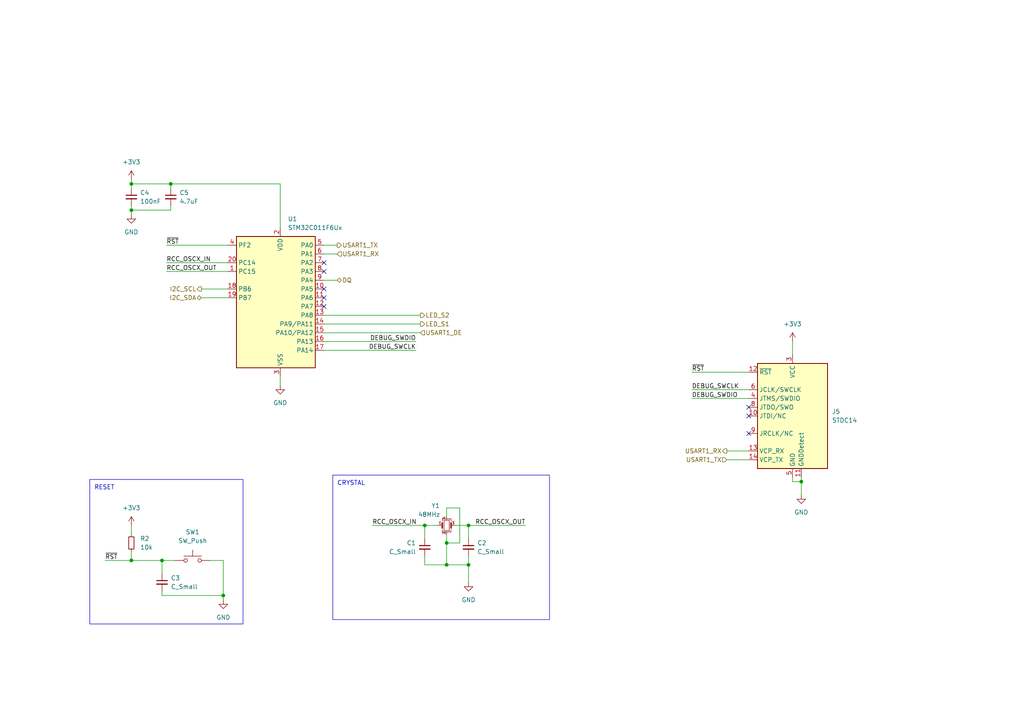
<source format=kicad_sch>
(kicad_sch (version 20230121) (generator eeschema)
  (paper "A4")
  (lib_symbols
    (symbol "Connector:Conn_ST_STDC14"
      (property "Reference" "J" (at -8.89 16.51 0))
      (property "Value" "Conn_ST_STDC14" (at 17.78 16.51 0))
      (symbol "Conn_ST_STDC14_0_1"
        (rectangle (start -10.16 15.24) (end 10.16 -15.24) (stroke (width 0.254)) (fill (type background)))
      )
      (symbol "Conn_ST_STDC14_1_1"
        (pin no_connect line (at -10.16 5.08 0) (length 2.54) hide (name "NC") (number "1"))
        (pin output line (at 12.7 0 180) (length 2.54) (name "JTDI/NC") (number "10"))
        (pin passive line (at -2.54 -17.78 90) (length 2.54) (name "GNDDetect") (number "11"))
        (pin open_collector line (at 12.7 12.7 180) (length 2.54) (name "~{RST}") (number "12"))
        (pin output line (at 12.7 -10.16 180) (length 2.54) (name "VCP_RX") (number "13"))
        (pin input line (at 12.7 -12.7 180) (length 2.54) (name "VCP_TX") (number "14"))
        (pin no_connect line (at -10.16 2.54 0) (length 2.54) hide (name "NC") (number "2"))
        (pin power_in line (at 0 17.78 270) (length 2.54) (name "VCC") (number "3"))
        (pin bidirectional line (at 12.7 5.08 180) (length 2.54) (name "JTMS/SWDIO") (number "4"))
        (pin power_in line (at 0 -17.78 90) (length 2.54) (name "GND") (number "5"))
        (pin output line (at 12.7 7.62 180) (length 2.54) (name "JCLK/SWCLK") (number "6"))
        (pin passive line (at 0 -17.78 90) (length 2.54) hide (name "GND") (number "7"))
        (pin input line (at 12.7 2.54 180) (length 2.54) (name "JTDO/SWO") (number "8"))
        (pin input line (at 12.7 -5.08 180) (length 2.54) (name "JRCLK/NC") (number "9"))
      )
    )
    (symbol "Device:C_Small" (pin_numbers hide) (pin_names (offset 0.254) hide)
      (property "Reference" "C" (at 0.254 1.778 0))
      (property "Value" "C_Small" (at 0.254 -2.032 0))
      (symbol "C_Small_0_1"
        (polyline (pts (xy -1.524 -0.508) (xy 1.524 -0.508)) (stroke (width 0.3302)))
        (polyline (pts (xy -1.524 0.508) (xy 1.524 0.508)) (stroke (width 0.3048)))
      )
      (symbol "C_Small_1_1"
        (pin passive line (at 0 2.54 270) (length 2.032) (name "~") (number "1"))
        (pin passive line (at 0 -2.54 90) (length 2.032) (name "~") (number "2"))
      )
    )
    (symbol "Device:Crystal_GND24_Small" (pin_names (offset 1.016) hide)
      (property "Reference" "Y" (at 1.27 4.445 0))
      (property "Value" "Crystal_GND24_Small" (at 1.27 2.54 0))
      (symbol "Crystal_GND24_Small_0_1"
        (rectangle (start -0.762 -1.524) (end 0.762 1.524))
        (polyline (pts (xy -1.27 -0.762) (xy -1.27 0.762)) (stroke (width 0.381)))
        (polyline (pts (xy 1.27 -0.762) (xy 1.27 0.762)) (stroke (width 0.381)))
        (polyline (pts (xy -1.27 -1.27) (xy -1.27 -1.905) (xy 1.27 -1.905) (xy 1.27 -1.27)))
        (polyline (pts (xy -1.27 1.27) (xy -1.27 1.905) (xy 1.27 1.905) (xy 1.27 1.27)))
      )
      (symbol "Crystal_GND24_Small_1_1"
        (pin passive line (at -2.54 0 0) (length 1.27) (name "1") (number "1"))
        (pin passive line (at 0 -2.54 90) (length 0.635) (name "2") (number "2"))
        (pin passive line (at 2.54 0 180) (length 1.27) (name "3") (number "3"))
        (pin passive line (at 0 2.54 270) (length 0.635) (name "4") (number "4"))
      )
    )
    (symbol "Device:R_Small" (pin_numbers hide) (pin_names (offset 0.254) hide)
      (property "Reference" "R" (at 0.762 0.508 0))
      (property "Value" "R_Small" (at 0.762 -1.016 0))
      (symbol "R_Small_0_1"
        (rectangle (start -0.762 1.778) (end 0.762 -1.778) (stroke (width 0.2032)))
      )
      (symbol "R_Small_1_1"
        (pin passive line (at 0 2.54 270) (length 0.762) (name "~") (number "1"))
        (pin passive line (at 0 -2.54 90) (length 0.762) (name "~") (number "2"))
      )
    )
    (symbol "MCU_ST_STM32C0:STM32C011F6Ux"
      (property "Reference" "U" (at -10.16 21.59 0))
      (property "Value" "STM32C011F6Ux" (at 5.08 21.59 0))
      (symbol "STM32C011F6Ux_0_1"
        (rectangle (start -10.16 -17.78) (end 12.7 20.32) (stroke (width 0.254)) (fill (type background)))
      )
      (symbol "STM32C011F6Ux_1_1"
        (pin bidirectional line (at -12.7 10.16 0) (length 2.54) (name "PC15") (number "1"))
        (pin bidirectional line (at 15.24 5.08 180) (length 2.54) (name "PA5") (number "10"))
        (pin bidirectional line (at 15.24 2.54 180) (length 2.54) (name "PA6") (number "11"))
        (pin bidirectional line (at 15.24 0 180) (length 2.54) (name "PA7") (number "12"))
        (pin bidirectional line (at 15.24 -2.54 180) (length 2.54) (name "PA8") (number "13"))
        (pin bidirectional line (at 15.24 -5.08 180) (length 2.54) (name "PA9/PA11") (number "14"))
        (pin bidirectional line (at 15.24 -7.62 180) (length 2.54) (name "PA10/PA12") (number "15"))
        (pin bidirectional line (at 15.24 -10.16 180) (length 2.54) (name "PA13") (number "16"))
        (pin bidirectional line (at 15.24 -12.7 180) (length 2.54) (name "PA14") (number "17"))
        (pin bidirectional line (at -12.7 5.08 0) (length 2.54) (name "PB6") (number "18"))
        (pin bidirectional line (at -12.7 2.54 0) (length 2.54) (name "PB7") (number "19"))
        (pin power_in line (at 2.54 22.86 270) (length 2.54) (name "VDD") (number "2"))
        (pin bidirectional line (at -12.7 12.7 0) (length 2.54) (name "PC14") (number "20"))
        (pin power_in line (at 2.54 -20.32 90) (length 2.54) (name "VSS") (number "3"))
        (pin bidirectional line (at -12.7 17.78 0) (length 2.54) (name "PF2") (number "4"))
        (pin bidirectional line (at 15.24 17.78 180) (length 2.54) (name "PA0") (number "5"))
        (pin bidirectional line (at 15.24 15.24 180) (length 2.54) (name "PA1") (number "6"))
        (pin bidirectional line (at 15.24 12.7 180) (length 2.54) (name "PA2") (number "7"))
        (pin bidirectional line (at 15.24 10.16 180) (length 2.54) (name "PA3") (number "8"))
        (pin bidirectional line (at 15.24 7.62 180) (length 2.54) (name "PA4") (number "9"))
      )
    )
    (symbol "Switch:SW_Push" (pin_numbers hide) (pin_names (offset 1.016) hide)
      (property "Reference" "SW" (at 1.27 2.54 0))
      (property "Value" "SW_Push" (at 0 -1.524 0))
      (symbol "SW_Push_0_1"
        (circle (center -2.032 0) (radius 0.508))
        (polyline (pts (xy 0 1.27) (xy 0 3.048)))
        (polyline (pts (xy 2.54 1.27) (xy -2.54 1.27)))
        (circle (center 2.032 0) (radius 0.508))
        (pin passive line (at -5.08 0 0) (length 2.54) (name "1") (number "1"))
        (pin passive line (at 5.08 0 180) (length 2.54) (name "2") (number "2"))
      )
    )
    (symbol "power:+3V3" (power) (pin_names (offset 0))
      (property "Value" "+3V3" (at 0 3.556 0))
      (symbol "+3V3_0_1"
        (polyline (pts (xy -0.762 1.27) (xy 0 2.54)))
        (polyline (pts (xy 0 0) (xy 0 2.54)))
        (polyline (pts (xy 0 2.54) (xy 0.762 1.27)))
      )
      (symbol "+3V3_1_1"
        (pin power_in line (at 0 0 90) (length 0) hide (name "+3V3") (number "1"))
      )
    )
    (symbol "power:GND" (power) (pin_names (offset 0))
      (property "Value" "GND" (at 0 -3.81 0))
      (symbol "GND_0_1"
        (polyline (pts (xy 0 0) (xy 0 -1.27) (xy 1.27 -1.27) (xy 0 -2.54) (xy -1.27 -1.27) (xy 0 -1.27)))
      )
      (symbol "GND_1_1"
        (pin power_in line (at 0 0 270) (length 0) hide (name "GND") (number "1"))
      )
    )
  )
  (junction (at 232.41 139.7))
  (junction (at 38.1 60.96))
  (junction (at 123.19 152.4))
  (junction (at 135.89 152.4))
  (junction (at 64.77 172.72))
  (junction (at 129.54 163.83))
  (junction (at 135.89 163.83))
  (junction (at 129.54 157.48))
  (junction (at 38.1 162.56))
  (junction (at 46.99 162.56))
  (junction (at 38.1 53.34))
  (junction (at 49.53 53.34))
  (no_connect (at 93.98 83.82))
  (no_connect (at 93.98 88.9))
  (no_connect (at 217.17 118.11))
  (no_connect (at 93.98 78.74))
  (no_connect (at 93.98 76.2))
  (no_connect (at 93.98 86.36))
  (no_connect (at 217.17 125.73))
  (no_connect (at 217.17 120.65))
  (wire (pts (xy 38.1 152.4) (xy 38.1 154.94)))
  (wire (pts (xy 46.99 162.56) (xy 50.8 162.56)))
  (wire (pts (xy 38.1 52.07) (xy 38.1 53.34)))
  (wire (pts (xy 123.19 163.83) (xy 123.19 161.29)))
  (wire (pts (xy 81.28 53.34) (xy 81.28 66.04)))
  (wire (pts (xy 38.1 60.96) (xy 38.1 62.23)))
  (wire (pts (xy 123.19 152.4) (xy 123.19 156.21)))
  (wire (pts (xy 38.1 59.69) (xy 38.1 60.96)))
  (wire (pts (xy 229.87 139.7) (xy 232.41 139.7)))
  (wire (pts (xy 30.48 162.56) (xy 38.1 162.56)))
  (wire (pts (xy 135.89 163.83) (xy 135.89 161.29)))
  (wire (pts (xy 38.1 60.96) (xy 49.53 60.96)))
  (wire (pts (xy 229.87 138.43) (xy 229.87 139.7)))
  (wire (pts (xy 93.98 96.52) (xy 121.92 96.52)))
  (wire (pts (xy 38.1 160.02) (xy 38.1 162.56)))
  (wire (pts (xy 49.53 53.34) (xy 81.28 53.34)))
  (wire (pts (xy 229.87 99.06) (xy 229.87 102.87)))
  (wire (pts (xy 46.99 162.56) (xy 46.99 166.37)))
  (wire (pts (xy 49.53 60.96) (xy 49.53 59.69)))
  (wire (pts (xy 123.19 152.4) (xy 127 152.4)))
  (wire (pts (xy 133.35 157.48) (xy 129.54 157.48)))
  (wire (pts (xy 232.41 138.43) (xy 232.41 139.7)))
  (wire (pts (xy 200.66 113.03) (xy 217.17 113.03)))
  (wire (pts (xy 49.53 54.61) (xy 49.53 53.34)))
  (wire (pts (xy 129.54 154.94) (xy 129.54 157.48)))
  (wire (pts (xy 46.99 172.72) (xy 46.99 171.45)))
  (wire (pts (xy 132.08 152.4) (xy 135.89 152.4)))
  (wire (pts (xy 135.89 152.4) (xy 135.89 156.21)))
  (wire (pts (xy 58.42 86.36) (xy 66.04 86.36)))
  (wire (pts (xy 129.54 157.48) (xy 129.54 163.83)))
  (wire (pts (xy 38.1 162.56) (xy 46.99 162.56)))
  (wire (pts (xy 93.98 99.06) (xy 120.65 99.06)))
  (wire (pts (xy 129.54 147.32) (xy 133.35 147.32)))
  (wire (pts (xy 81.28 109.22) (xy 81.28 111.76)))
  (wire (pts (xy 64.77 172.72) (xy 64.77 173.99)))
  (wire (pts (xy 93.98 91.44) (xy 121.92 91.44)))
  (wire (pts (xy 210.82 133.35) (xy 217.17 133.35)))
  (wire (pts (xy 93.98 73.66) (xy 97.79 73.66)))
  (wire (pts (xy 48.26 71.12) (xy 66.04 71.12)))
  (wire (pts (xy 107.95 152.4) (xy 123.19 152.4)))
  (wire (pts (xy 135.89 152.4) (xy 152.4 152.4)))
  (wire (pts (xy 93.98 81.28) (xy 97.79 81.28)))
  (wire (pts (xy 58.42 83.82) (xy 66.04 83.82)))
  (wire (pts (xy 48.26 78.74) (xy 66.04 78.74)))
  (wire (pts (xy 200.66 115.57) (xy 217.17 115.57)))
  (wire (pts (xy 200.66 107.95) (xy 217.17 107.95)))
  (wire (pts (xy 64.77 162.56) (xy 60.96 162.56)))
  (wire (pts (xy 133.35 147.32) (xy 133.35 157.48)))
  (wire (pts (xy 64.77 172.72) (xy 46.99 172.72)))
  (wire (pts (xy 135.89 168.91) (xy 135.89 163.83)))
  (wire (pts (xy 129.54 149.86) (xy 129.54 147.32)))
  (wire (pts (xy 64.77 172.72) (xy 64.77 162.56)))
  (wire (pts (xy 123.19 163.83) (xy 129.54 163.83)))
  (wire (pts (xy 48.26 76.2) (xy 66.04 76.2)))
  (wire (pts (xy 93.98 101.6) (xy 120.65 101.6)))
  (wire (pts (xy 129.54 163.83) (xy 135.89 163.83)))
  (wire (pts (xy 93.98 71.12) (xy 97.79 71.12)))
  (wire (pts (xy 232.41 139.7) (xy 232.41 143.51)))
  (wire (pts (xy 210.82 130.81) (xy 217.17 130.81)))
  (wire (pts (xy 49.53 53.34) (xy 38.1 53.34)))
  (wire (pts (xy 93.98 93.98) (xy 121.92 93.98)))
  (wire (pts (xy 38.1 53.34) (xy 38.1 54.61)))
  (rectangle (start 26.035 139.065) (end 70.485 180.975))
  (rectangle (start 96.52 137.795) (end 159.385 179.705))
  (text "CRYSTAL\n" (at 97.79 140.97 0) (effects (font (size 1.27 1.27)) (justify left bottom)))
  (text "RESET " (at 27.305 142.24 0) (effects (font (size 1.27 1.27)) (justify left bottom)))
  (label "~{RST}" (at 30.48 162.56 0))
  (label "~{RST}" (at 48.26 71.12 0))
  (label "DEBUG_SWDIO" (at 200.66 115.57 0))
  (label "~{RST}" (at 200.66 107.95 0))
  (label "RCC_OSCX_IN" (at 107.95 152.4 0))
  (label "DEBUG_SWCLK" (at 200.66 113.03 0))
  (label "RCC_OSCX_IN" (at 48.26 76.2 0))
  (label "DEBUG_SWDIO" (at 120.65 99.06 180))
  (label "RCC_OSCX_OUT" (at 152.4 152.4 180))
  (label "DEBUG_SWCLK" (at 120.65 101.6 180))
  (label "RCC_OSCX_OUT" (at 48.26 78.74 0))
  (hierarchical_label "LED_S2" (shape output) (at 121.92 91.44 0))
  (hierarchical_label "USART1_RX" (shape input) (at 97.79 73.66 0))
  (hierarchical_label "USART1_TX" (shape output) (at 97.79 71.12 0))
  (hierarchical_label "USART1_DE" (shape input) (at 121.92 96.52 0))
  (hierarchical_label "USART1_TX" (shape input) (at 210.82 133.35 180))
  (hierarchical_label "I2C_SCL" (shape output) (at 58.42 83.82 180))
  (hierarchical_label "USART1_RX" (shape output) (at 210.82 130.81 180))
  (hierarchical_label "I2C_SDA" (shape bidirectional) (at 58.42 86.36 180))
  (hierarchical_label "LED_S1" (shape output) (at 121.92 93.98 0))
  (hierarchical_label "DQ" (shape bidirectional) (at 97.79 81.28 0))
  (symbol (lib_id "power:GND") (at 232.41 143.51 0) (unit 1)
    (property "Reference" "#PWR05" (effects hide))
    (property "Value" "GND" (at 232.41 148.59 0))
    (instances (project "rs485_temperature" (path "" (reference "#PWR05") (unit 1)) (path "" (reference "#PWR04") (unit 1))))
  )
  (symbol (lib_id "power:GND") (at 81.28 111.76 0) (unit 1)
    (property "Reference" "#PWR05" (effects hide))
    (property "Value" "GND" (at 81.28 116.84 0))
    (instances (project "rs485_temperature" (path "" (reference "#PWR05") (unit 1)) (path "" (reference "#PWR06") (unit 1))))
  )
  (symbol (lib_id "power:+3V3") (at 38.1 152.4 0) (unit 1)
    (property "Reference" "#PWR07" (effects hide))
    (property "Value" "+3V3" (at 38.1 147.32 0))
    (instances (project "rs485_temperature" (path "" (reference "#PWR07") (unit 1)) (path "" (reference "#PWR08") (unit 1))))
  )
  (symbol (lib_id "Connector:Conn_ST_STDC14") (at 229.87 120.65 0) (mirror y) (unit 1)
    (property "Reference" "J5" (at 241.3 119.38 0) (effects (justify right)))
    (property "Value" "STDC14" (at 241.3 121.92 0) (effects (justify right)))
    (property "Footprint" "Connector_PinHeader_1.27mm:PinHeader_2x07_P1.27mm_Vertical" (effects hide))
    (property "Datasheet" "https://www.st.com/content/ccc/resource/technical/document/user_manual/group1/99/49/91/b6/b2/3a/46/e5/DM00526767/files/DM00526767.pdf/jcr:content/translations/en.DM00526767.pdf" (effects hide))
  )
  (symbol (lib_id "power:GND") (at 135.89 168.91 0) (unit 1)
    (property "Reference" "#PWR03" (effects hide))
    (property "Value" "GND" (at 135.89 173.99 0))
    (instances (project "rs485_temperature" (path "" (reference "#PWR03") (unit 1)) (path "" (reference "#PWR05") (unit 1))))
  )
  (symbol (lib_id "power:+3V3") (at 38.1 52.07 0) (unit 1)
    (property "Reference" "#PWR09" (effects hide))
    (property "Value" "+3V3" (at 38.1 46.99 0))
    (instances (project "rs485_temperature" (path "" (reference "#PWR09") (unit 1)) (path "" (reference "#PWR01") (unit 1))))
  )
  (symbol (lib_id "Device:C_Small") (at 135.89 158.75 0) (unit 1)
    (property "Reference" "C2" (at 138.43 157.4863 0) (effects (justify left)))
    (property "Value" "C_Small" (at 138.43 160.0263 0) (effects (justify left)))
    (property "Footprint" "Capacitor_SMD:C_0603_1608Metric" (effects hide))
    (instances (project "rs485_temperature" (path "" (reference "C2") (unit 1)) (path "" (reference "C4") (unit 1))))
  )
  (symbol (lib_id "Device:C_Small") (at 46.99 168.91 0) (unit 1)
    (property "Reference" "C3" (at 49.53 167.6463 0) (effects (justify left)))
    (property "Value" "C_Small" (at 49.53 170.1863 0) (effects (justify left)))
    (property "Footprint" "Capacitor_SMD:C_0603_1608Metric" (effects hide))
    (instances (project "rs485_temperature" (path "" (reference "C3") (unit 1)) (path "" (reference "C5") (unit 1))))
  )
  (symbol (lib_id "Device:C_Small") (at 123.19 158.75 0) (unit 1)
    (property "Reference" "C1" (at 120.65 157.4863 0) (effects (justify right)))
    (property "Value" "C_Small" (at 120.65 160.0263 0) (effects (justify right)))
    (property "Footprint" "Capacitor_SMD:C_0603_1608Metric" (effects hide))
    (instances (project "rs485_temperature" (path "" (reference "C1") (unit 1)) (path "" (reference "C3") (unit 1))))
  )
  (symbol (lib_id "Switch:SW_Push") (at 55.88 162.56 0) (unit 1)
    (property "Reference" "SW1" (at 55.88 154.305 0))
    (property "Value" "SW_Push" (at 55.88 156.845 0))
    (property "Footprint" "Aliexpress:Push_Button_G71Y_3X6X3.5MM" (effects hide))
  )
  (symbol (lib_id "power:+3V3") (at 229.87 99.06 0) (unit 1)
    (property "Reference" "#PWR06" (effects hide))
    (property "Value" "+3V3" (at 229.87 93.98 0))
    (instances (project "rs485_temperature" (path "" (reference "#PWR06") (unit 1)) (path "" (reference "#PWR03") (unit 1))))
  )
  (symbol (lib_id "Device:C_Small") (at 38.1 57.15 0) (unit 1)
    (property "Reference" "C4" (at 40.64 55.8863 0) (effects (justify left)))
    (property "Value" "100nF" (at 40.64 58.4263 0) (effects (justify left)))
    (property "Footprint" "Capacitor_SMD:C_0603_1608Metric" (effects hide))
    (instances (project "rs485_temperature" (path "" (reference "C4") (unit 1)) (path "" (reference "C1") (unit 1))))
  )
  (symbol (lib_id "MCU_ST_STM32C0:STM32C011F6Ux") (at 78.74 88.9 0) (unit 1)
    (property "Reference" "U1" (at 83.4741 63.5 0) (effects (justify left)))
    (property "Value" "STM32C011F6Ux" (at 83.4741 66.04 0) (effects (justify left)))
    (property "Footprint" "Package_DFN_QFN:ST_UFQFPN-20_3x3mm_P0.5mm" (effects hide))
    (property "Datasheet" "https://www.st.com/resource/en/datasheet/stm32c011f6.pdf" (effects hide))
  )
  (symbol (lib_id "power:GND") (at 38.1 62.23 0) (unit 1)
    (property "Reference" "#PWR010" (effects hide))
    (property "Value" "GND" (at 38.1 67.31 0))
    (instances (project "rs485_temperature" (path "" (reference "#PWR010") (unit 1)) (path "" (reference "#PWR02") (unit 1))))
  )
  (symbol (lib_id "Device:R_Small") (at 38.1 157.48 0) (unit 1)
    (property "Reference" "R2" (at 40.64 156.21 0) (effects (justify left)))
    (property "Value" "10k" (at 40.64 158.75 0) (effects (justify left)))
    (property "Footprint" "Resistor_SMD:R_0603_1608Metric" (effects hide))
  )
  (symbol (lib_id "Device:Crystal_GND24_Small") (at 129.54 152.4 0) (unit 1)
    (property "Reference" "Y1" (at 126.365 146.685 0))
    (property "Value" "48MHz" (at 124.46 149.225 0))
    (property "Footprint" "Crystal:Crystal_SMD_3225-4Pin_3.2x2.5mm" (effects hide))
  )
  (symbol (lib_id "Device:C_Small") (at 49.53 57.15 0) (unit 1)
    (property "Reference" "C5" (at 52.07 55.8863 0) (effects (justify left)))
    (property "Value" "4.7uF" (at 52.07 58.4263 0) (effects (justify left)))
    (property "Footprint" "Capacitor_SMD:C_1206_3216Metric" (effects hide))
    (instances (project "rs485_temperature" (path "" (reference "C5") (unit 1)) (path "" (reference "C2") (unit 1))))
  )
  (symbol (lib_id "power:GND") (at 64.77 173.99 0) (unit 1)
    (property "Reference" "#PWR08" (effects hide))
    (property "Value" "GND" (at 64.77 179.07 0))
    (instances (project "rs485_temperature" (path "" (reference "#PWR08") (unit 1)) (path "" (reference "#PWR09") (unit 1))))
  )
)
</source>
